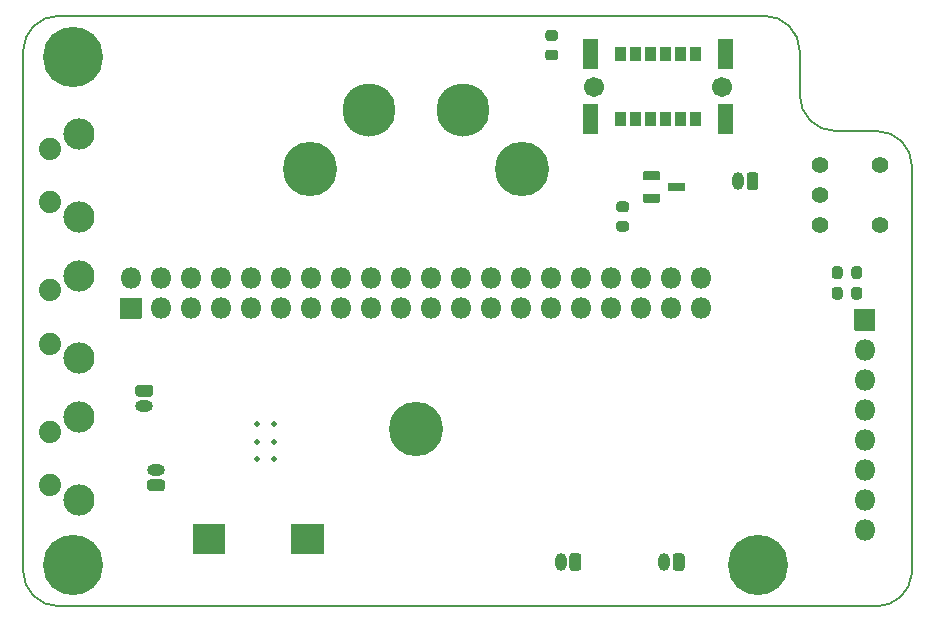
<source format=gbr>
G04 #@! TF.GenerationSoftware,KiCad,Pcbnew,(5.1.9-0-10_14)*
G04 #@! TF.CreationDate,2021-05-06T16:16:17-07:00*
G04 #@! TF.ProjectId,Luminometer_RPi,4c756d69-6e6f-46d6-9574-65725f525069,rev?*
G04 #@! TF.SameCoordinates,Original*
G04 #@! TF.FileFunction,Soldermask,Bot*
G04 #@! TF.FilePolarity,Negative*
%FSLAX46Y46*%
G04 Gerber Fmt 4.6, Leading zero omitted, Abs format (unit mm)*
G04 Created by KiCad (PCBNEW (5.1.9-0-10_14)) date 2021-05-06 16:16:17*
%MOMM*%
%LPD*%
G01*
G04 APERTURE LIST*
G04 #@! TA.AperFunction,Profile*
%ADD10C,0.150000*%
G04 #@! TD*
%ADD11C,5.101600*%
%ADD12C,4.601600*%
%ADD13C,3.201600*%
%ADD14C,1.701600*%
%ADD15C,0.481600*%
%ADD16C,1.879600*%
%ADD17C,2.641600*%
%ADD18O,1.501600X1.001600*%
%ADD19C,4.501600*%
%ADD20C,2.701600*%
%ADD21O,1.001600X1.501600*%
%ADD22O,1.801600X1.801600*%
%ADD23C,1.422400*%
G04 APERTURE END LIST*
D10*
X178000000Y-71250000D02*
G75*
G02*
X181000000Y-74250000I0J-3000000D01*
G01*
X181000000Y-74250000D02*
X180989637Y-108750000D01*
X174500000Y-71250000D02*
X178000000Y-71250000D01*
X174500000Y-71250000D02*
G75*
G02*
X171500000Y-68250000I0J3000000D01*
G01*
X171500000Y-64500000D02*
X171500000Y-68250000D01*
X168500000Y-61500000D02*
G75*
G02*
X171500000Y-64500000I0J-3000000D01*
G01*
X108750000Y-111500000D02*
G75*
G02*
X105750000Y-108500000I0J3000000D01*
G01*
X180989637Y-108749136D02*
G75*
G02*
X178000000Y-111500000I-2989637J249136D01*
G01*
X105750000Y-64500000D02*
G75*
G02*
X108750000Y-61500000I3000000J0D01*
G01*
X105750000Y-108500000D02*
X105750000Y-64500000D01*
X178000000Y-111500000D02*
X108750000Y-111500000D01*
X108750000Y-61500000D02*
X168500000Y-61500000D01*
D11*
X168000000Y-108000000D03*
X110000000Y-108000000D03*
X110000000Y-65000000D03*
D12*
X139000000Y-96500000D03*
D13*
X139000000Y-96500000D03*
D14*
X164885000Y-67500000D03*
X154115000Y-67500000D03*
G36*
G01*
X153149200Y-66000000D02*
X153149200Y-63500000D01*
G75*
G02*
X153200000Y-63449200I50800J0D01*
G01*
X154400000Y-63449200D01*
G75*
G02*
X154450800Y-63500000I0J-50800D01*
G01*
X154450800Y-66000000D01*
G75*
G02*
X154400000Y-66050800I-50800J0D01*
G01*
X153200000Y-66050800D01*
G75*
G02*
X153149200Y-66000000I0J50800D01*
G01*
G37*
G36*
G01*
X164549200Y-66000000D02*
X164549200Y-63500000D01*
G75*
G02*
X164600000Y-63449200I50800J0D01*
G01*
X165800000Y-63449200D01*
G75*
G02*
X165850800Y-63500000I0J-50800D01*
G01*
X165850800Y-66000000D01*
G75*
G02*
X165800000Y-66050800I-50800J0D01*
G01*
X164600000Y-66050800D01*
G75*
G02*
X164549200Y-66000000I0J50800D01*
G01*
G37*
G36*
G01*
X164549200Y-71500000D02*
X164549200Y-69000000D01*
G75*
G02*
X164600000Y-68949200I50800J0D01*
G01*
X165800000Y-68949200D01*
G75*
G02*
X165850800Y-69000000I0J-50800D01*
G01*
X165850800Y-71500000D01*
G75*
G02*
X165800000Y-71550800I-50800J0D01*
G01*
X164600000Y-71550800D01*
G75*
G02*
X164549200Y-71500000I0J50800D01*
G01*
G37*
G36*
G01*
X153149200Y-71500000D02*
X153149200Y-69000000D01*
G75*
G02*
X153200000Y-68949200I50800J0D01*
G01*
X154400000Y-68949200D01*
G75*
G02*
X154450800Y-69000000I0J-50800D01*
G01*
X154450800Y-71500000D01*
G75*
G02*
X154400000Y-71550800I-50800J0D01*
G01*
X153200000Y-71550800D01*
G75*
G02*
X153149200Y-71500000I0J50800D01*
G01*
G37*
G36*
G01*
X155874200Y-65300000D02*
X155874200Y-64200000D01*
G75*
G02*
X155925000Y-64149200I50800J0D01*
G01*
X156725000Y-64149200D01*
G75*
G02*
X156775800Y-64200000I0J-50800D01*
G01*
X156775800Y-65300000D01*
G75*
G02*
X156725000Y-65350800I-50800J0D01*
G01*
X155925000Y-65350800D01*
G75*
G02*
X155874200Y-65300000I0J50800D01*
G01*
G37*
G36*
G01*
X157144200Y-65300000D02*
X157144200Y-64200000D01*
G75*
G02*
X157195000Y-64149200I50800J0D01*
G01*
X157995000Y-64149200D01*
G75*
G02*
X158045800Y-64200000I0J-50800D01*
G01*
X158045800Y-65300000D01*
G75*
G02*
X157995000Y-65350800I-50800J0D01*
G01*
X157195000Y-65350800D01*
G75*
G02*
X157144200Y-65300000I0J50800D01*
G01*
G37*
G36*
G01*
X158414200Y-65300000D02*
X158414200Y-64200000D01*
G75*
G02*
X158465000Y-64149200I50800J0D01*
G01*
X159265000Y-64149200D01*
G75*
G02*
X159315800Y-64200000I0J-50800D01*
G01*
X159315800Y-65300000D01*
G75*
G02*
X159265000Y-65350800I-50800J0D01*
G01*
X158465000Y-65350800D01*
G75*
G02*
X158414200Y-65300000I0J50800D01*
G01*
G37*
G36*
G01*
X162224200Y-70800000D02*
X162224200Y-69700000D01*
G75*
G02*
X162275000Y-69649200I50800J0D01*
G01*
X163075000Y-69649200D01*
G75*
G02*
X163125800Y-69700000I0J-50800D01*
G01*
X163125800Y-70800000D01*
G75*
G02*
X163075000Y-70850800I-50800J0D01*
G01*
X162275000Y-70850800D01*
G75*
G02*
X162224200Y-70800000I0J50800D01*
G01*
G37*
G36*
G01*
X160954200Y-70800000D02*
X160954200Y-69700000D01*
G75*
G02*
X161005000Y-69649200I50800J0D01*
G01*
X161805000Y-69649200D01*
G75*
G02*
X161855800Y-69700000I0J-50800D01*
G01*
X161855800Y-70800000D01*
G75*
G02*
X161805000Y-70850800I-50800J0D01*
G01*
X161005000Y-70850800D01*
G75*
G02*
X160954200Y-70800000I0J50800D01*
G01*
G37*
G36*
G01*
X155874200Y-70800000D02*
X155874200Y-69700000D01*
G75*
G02*
X155925000Y-69649200I50800J0D01*
G01*
X156725000Y-69649200D01*
G75*
G02*
X156775800Y-69700000I0J-50800D01*
G01*
X156775800Y-70800000D01*
G75*
G02*
X156725000Y-70850800I-50800J0D01*
G01*
X155925000Y-70850800D01*
G75*
G02*
X155874200Y-70800000I0J50800D01*
G01*
G37*
G36*
G01*
X159684200Y-65300000D02*
X159684200Y-64200000D01*
G75*
G02*
X159735000Y-64149200I50800J0D01*
G01*
X160535000Y-64149200D01*
G75*
G02*
X160585800Y-64200000I0J-50800D01*
G01*
X160585800Y-65300000D01*
G75*
G02*
X160535000Y-65350800I-50800J0D01*
G01*
X159735000Y-65350800D01*
G75*
G02*
X159684200Y-65300000I0J50800D01*
G01*
G37*
G36*
G01*
X160954200Y-65300000D02*
X160954200Y-64200000D01*
G75*
G02*
X161005000Y-64149200I50800J0D01*
G01*
X161805000Y-64149200D01*
G75*
G02*
X161855800Y-64200000I0J-50800D01*
G01*
X161855800Y-65300000D01*
G75*
G02*
X161805000Y-65350800I-50800J0D01*
G01*
X161005000Y-65350800D01*
G75*
G02*
X160954200Y-65300000I0J50800D01*
G01*
G37*
G36*
G01*
X162224200Y-65300000D02*
X162224200Y-64200000D01*
G75*
G02*
X162275000Y-64149200I50800J0D01*
G01*
X163075000Y-64149200D01*
G75*
G02*
X163125800Y-64200000I0J-50800D01*
G01*
X163125800Y-65300000D01*
G75*
G02*
X163075000Y-65350800I-50800J0D01*
G01*
X162275000Y-65350800D01*
G75*
G02*
X162224200Y-65300000I0J50800D01*
G01*
G37*
G36*
G01*
X157144200Y-70800000D02*
X157144200Y-69700000D01*
G75*
G02*
X157195000Y-69649200I50800J0D01*
G01*
X157995000Y-69649200D01*
G75*
G02*
X158045800Y-69700000I0J-50800D01*
G01*
X158045800Y-70800000D01*
G75*
G02*
X157995000Y-70850800I-50800J0D01*
G01*
X157195000Y-70850800D01*
G75*
G02*
X157144200Y-70800000I0J50800D01*
G01*
G37*
G36*
G01*
X158414200Y-70800000D02*
X158414200Y-69700000D01*
G75*
G02*
X158465000Y-69649200I50800J0D01*
G01*
X159265000Y-69649200D01*
G75*
G02*
X159315800Y-69700000I0J-50800D01*
G01*
X159315800Y-70800000D01*
G75*
G02*
X159265000Y-70850800I-50800J0D01*
G01*
X158465000Y-70850800D01*
G75*
G02*
X158414200Y-70800000I0J50800D01*
G01*
G37*
G36*
G01*
X159684200Y-70800000D02*
X159684200Y-69700000D01*
G75*
G02*
X159735000Y-69649200I50800J0D01*
G01*
X160535000Y-69649200D01*
G75*
G02*
X160585800Y-69700000I0J-50800D01*
G01*
X160585800Y-70800000D01*
G75*
G02*
X160535000Y-70850800I-50800J0D01*
G01*
X159735000Y-70850800D01*
G75*
G02*
X159684200Y-70800000I0J50800D01*
G01*
G37*
G36*
G01*
X150800400Y-63625800D02*
X150199600Y-63625800D01*
G75*
G02*
X149974200Y-63400400I0J225400D01*
G01*
X149974200Y-62949600D01*
G75*
G02*
X150199600Y-62724200I225400J0D01*
G01*
X150800400Y-62724200D01*
G75*
G02*
X151025800Y-62949600I0J-225400D01*
G01*
X151025800Y-63400400D01*
G75*
G02*
X150800400Y-63625800I-225400J0D01*
G01*
G37*
G36*
G01*
X150800400Y-65275800D02*
X150199600Y-65275800D01*
G75*
G02*
X149974200Y-65050400I0J225400D01*
G01*
X149974200Y-64599600D01*
G75*
G02*
X150199600Y-64374200I225400J0D01*
G01*
X150800400Y-64374200D01*
G75*
G02*
X151025800Y-64599600I0J-225400D01*
G01*
X151025800Y-65050400D01*
G75*
G02*
X150800400Y-65275800I-225400J0D01*
G01*
G37*
D15*
X125525000Y-99050000D03*
X125525000Y-97550000D03*
X125525000Y-96050000D03*
X127025000Y-99050000D03*
X127025000Y-97550000D03*
X127025000Y-96050000D03*
D16*
X108000000Y-77250000D03*
X108000000Y-72750000D03*
D17*
X110500000Y-78500000D03*
X110500000Y-71500000D03*
D16*
X108000000Y-89250000D03*
X108000000Y-84750000D03*
D17*
X110500000Y-90500000D03*
X110500000Y-83500000D03*
D16*
X108000000Y-101250000D03*
X108000000Y-96750000D03*
D17*
X110500000Y-102500000D03*
X110500000Y-95500000D03*
D18*
X116000000Y-94500000D03*
G36*
G01*
X115499600Y-92749200D02*
X116500400Y-92749200D01*
G75*
G02*
X116750800Y-92999600I0J-250400D01*
G01*
X116750800Y-93500400D01*
G75*
G02*
X116500400Y-93750800I-250400J0D01*
G01*
X115499600Y-93750800D01*
G75*
G02*
X115249200Y-93500400I0J250400D01*
G01*
X115249200Y-92999600D01*
G75*
G02*
X115499600Y-92749200I250400J0D01*
G01*
G37*
X117000000Y-100000000D03*
G36*
G01*
X117500400Y-101750800D02*
X116499600Y-101750800D01*
G75*
G02*
X116249200Y-101500400I0J250400D01*
G01*
X116249200Y-100999600D01*
G75*
G02*
X116499600Y-100749200I250400J0D01*
G01*
X117500400Y-100749200D01*
G75*
G02*
X117750800Y-100999600I0J-250400D01*
G01*
X117750800Y-101500400D01*
G75*
G02*
X117500400Y-101750800I-250400J0D01*
G01*
G37*
D19*
X135000000Y-69500000D03*
D20*
X135000000Y-69500000D03*
D19*
X143000000Y-69500000D03*
D20*
X143000000Y-69500000D03*
G36*
G01*
X175125800Y-84699600D02*
X175125800Y-85300400D01*
G75*
G02*
X174900400Y-85525800I-225400J0D01*
G01*
X174449600Y-85525800D01*
G75*
G02*
X174224200Y-85300400I0J225400D01*
G01*
X174224200Y-84699600D01*
G75*
G02*
X174449600Y-84474200I225400J0D01*
G01*
X174900400Y-84474200D01*
G75*
G02*
X175125800Y-84699600I0J-225400D01*
G01*
G37*
G36*
G01*
X176775800Y-84699600D02*
X176775800Y-85300400D01*
G75*
G02*
X176550400Y-85525800I-225400J0D01*
G01*
X176099600Y-85525800D01*
G75*
G02*
X175874200Y-85300400I0J225400D01*
G01*
X175874200Y-84699600D01*
G75*
G02*
X176099600Y-84474200I225400J0D01*
G01*
X176550400Y-84474200D01*
G75*
G02*
X176775800Y-84699600I0J-225400D01*
G01*
G37*
G36*
G01*
X175874200Y-83550400D02*
X175874200Y-82949600D01*
G75*
G02*
X176099600Y-82724200I225400J0D01*
G01*
X176550400Y-82724200D01*
G75*
G02*
X176775800Y-82949600I0J-225400D01*
G01*
X176775800Y-83550400D01*
G75*
G02*
X176550400Y-83775800I-225400J0D01*
G01*
X176099600Y-83775800D01*
G75*
G02*
X175874200Y-83550400I0J225400D01*
G01*
G37*
G36*
G01*
X174224200Y-83550400D02*
X174224200Y-82949600D01*
G75*
G02*
X174449600Y-82724200I225400J0D01*
G01*
X174900400Y-82724200D01*
G75*
G02*
X175125800Y-82949600I0J-225400D01*
G01*
X175125800Y-83550400D01*
G75*
G02*
X174900400Y-83775800I-225400J0D01*
G01*
X174449600Y-83775800D01*
G75*
G02*
X174224200Y-83550400I0J225400D01*
G01*
G37*
D21*
X151250000Y-107750000D03*
G36*
G01*
X153000800Y-107249600D02*
X153000800Y-108250400D01*
G75*
G02*
X152750400Y-108500800I-250400J0D01*
G01*
X152249600Y-108500800D01*
G75*
G02*
X151999200Y-108250400I0J250400D01*
G01*
X151999200Y-107249600D01*
G75*
G02*
X152249600Y-106999200I250400J0D01*
G01*
X152750400Y-106999200D01*
G75*
G02*
X153000800Y-107249600I0J-250400D01*
G01*
G37*
D22*
X177000000Y-105030000D03*
X177000000Y-102490000D03*
X177000000Y-99950000D03*
X177000000Y-97410000D03*
X177000000Y-94870000D03*
X177000000Y-92330000D03*
X177000000Y-89790000D03*
G36*
G01*
X176099200Y-88100000D02*
X176099200Y-86400000D01*
G75*
G02*
X176150000Y-86349200I50800J0D01*
G01*
X177850000Y-86349200D01*
G75*
G02*
X177900800Y-86400000I0J-50800D01*
G01*
X177900800Y-88100000D01*
G75*
G02*
X177850000Y-88150800I-50800J0D01*
G01*
X176150000Y-88150800D01*
G75*
G02*
X176099200Y-88100000I0J50800D01*
G01*
G37*
D23*
X178330000Y-74170000D03*
X178330000Y-79250000D03*
X173250000Y-74170000D03*
X173250000Y-76710000D03*
X173250000Y-79250000D03*
G36*
G01*
X158230000Y-77250000D02*
X158230000Y-76650000D01*
G75*
G02*
X158300000Y-76580000I70000J0D01*
G01*
X159600000Y-76580000D01*
G75*
G02*
X159670000Y-76650000I0J-70000D01*
G01*
X159670000Y-77250000D01*
G75*
G02*
X159600000Y-77320000I-70000J0D01*
G01*
X158300000Y-77320000D01*
G75*
G02*
X158230000Y-77250000I0J70000D01*
G01*
G37*
G36*
G01*
X158230000Y-75350000D02*
X158230000Y-74750000D01*
G75*
G02*
X158300000Y-74680000I70000J0D01*
G01*
X159600000Y-74680000D01*
G75*
G02*
X159670000Y-74750000I0J-70000D01*
G01*
X159670000Y-75350000D01*
G75*
G02*
X159600000Y-75420000I-70000J0D01*
G01*
X158300000Y-75420000D01*
G75*
G02*
X158230000Y-75350000I0J70000D01*
G01*
G37*
G36*
G01*
X160330000Y-76300000D02*
X160330000Y-75700000D01*
G75*
G02*
X160400000Y-75630000I70000J0D01*
G01*
X161700000Y-75630000D01*
G75*
G02*
X161770000Y-75700000I0J-70000D01*
G01*
X161770000Y-76300000D01*
G75*
G02*
X161700000Y-76370000I-70000J0D01*
G01*
X160400000Y-76370000D01*
G75*
G02*
X160330000Y-76300000I0J70000D01*
G01*
G37*
D21*
X160000000Y-107750000D03*
G36*
G01*
X161750800Y-107249600D02*
X161750800Y-108250400D01*
G75*
G02*
X161500400Y-108500800I-250400J0D01*
G01*
X160999600Y-108500800D01*
G75*
G02*
X160749200Y-108250400I0J250400D01*
G01*
X160749200Y-107249600D01*
G75*
G02*
X160999600Y-106999200I250400J0D01*
G01*
X161500400Y-106999200D01*
G75*
G02*
X161750800Y-107249600I0J-250400D01*
G01*
G37*
X166250000Y-75500000D03*
G36*
G01*
X168000800Y-74999600D02*
X168000800Y-76000400D01*
G75*
G02*
X167750400Y-76250800I-250400J0D01*
G01*
X167249600Y-76250800D01*
G75*
G02*
X166999200Y-76000400I0J250400D01*
G01*
X166999200Y-74999600D01*
G75*
G02*
X167249600Y-74749200I250400J0D01*
G01*
X167750400Y-74749200D01*
G75*
G02*
X168000800Y-74999600I0J-250400D01*
G01*
G37*
G36*
G01*
X128449200Y-107050000D02*
X128449200Y-104550000D01*
G75*
G02*
X128500000Y-104499200I50800J0D01*
G01*
X131150000Y-104499200D01*
G75*
G02*
X131200800Y-104550000I0J-50800D01*
G01*
X131200800Y-107050000D01*
G75*
G02*
X131150000Y-107100800I-50800J0D01*
G01*
X128500000Y-107100800D01*
G75*
G02*
X128449200Y-107050000I0J50800D01*
G01*
G37*
G36*
G01*
X120099200Y-107050000D02*
X120099200Y-104550000D01*
G75*
G02*
X120150000Y-104499200I50800J0D01*
G01*
X122800000Y-104499200D01*
G75*
G02*
X122850800Y-104550000I0J-50800D01*
G01*
X122850800Y-107050000D01*
G75*
G02*
X122800000Y-107100800I-50800J0D01*
G01*
X120150000Y-107100800D01*
G75*
G02*
X120099200Y-107050000I0J50800D01*
G01*
G37*
G36*
G01*
X156199600Y-78874200D02*
X156800400Y-78874200D01*
G75*
G02*
X157025800Y-79099600I0J-225400D01*
G01*
X157025800Y-79550400D01*
G75*
G02*
X156800400Y-79775800I-225400J0D01*
G01*
X156199600Y-79775800D01*
G75*
G02*
X155974200Y-79550400I0J225400D01*
G01*
X155974200Y-79099600D01*
G75*
G02*
X156199600Y-78874200I225400J0D01*
G01*
G37*
G36*
G01*
X156199600Y-77224200D02*
X156800400Y-77224200D01*
G75*
G02*
X157025800Y-77449600I0J-225400D01*
G01*
X157025800Y-77900400D01*
G75*
G02*
X156800400Y-78125800I-225400J0D01*
G01*
X156199600Y-78125800D01*
G75*
G02*
X155974200Y-77900400I0J225400D01*
G01*
X155974200Y-77449600D01*
G75*
G02*
X156199600Y-77224200I225400J0D01*
G01*
G37*
D22*
X163133000Y-83724400D03*
X163133000Y-86264400D03*
X145353000Y-83724400D03*
X145353000Y-86264400D03*
X140273000Y-83724400D03*
X140273000Y-86264400D03*
X150433000Y-83724400D03*
X150433000Y-86264400D03*
X122493000Y-83724400D03*
X122493000Y-86264400D03*
X152973000Y-83724400D03*
X152973000Y-86264400D03*
X135193000Y-83724400D03*
X135193000Y-86264400D03*
X158053000Y-83724400D03*
X158053000Y-86264400D03*
X155513000Y-83724400D03*
X155513000Y-86264400D03*
X160593000Y-83724400D03*
X160593000Y-86264400D03*
X137733000Y-83724400D03*
X137733000Y-86264400D03*
X125033000Y-83724400D03*
X125033000Y-86264400D03*
X130113000Y-83724400D03*
X130113000Y-86264400D03*
X147893000Y-83724400D03*
X147893000Y-86264400D03*
X127573000Y-83724400D03*
X127573000Y-86264400D03*
X142813000Y-83724400D03*
X142813000Y-86264400D03*
G36*
G01*
X115723000Y-87165200D02*
X114023000Y-87165200D01*
G75*
G02*
X113972200Y-87114400I0J50800D01*
G01*
X113972200Y-85414400D01*
G75*
G02*
X114023000Y-85363600I50800J0D01*
G01*
X115723000Y-85363600D01*
G75*
G02*
X115773800Y-85414400I0J-50800D01*
G01*
X115773800Y-87114400D01*
G75*
G02*
X115723000Y-87165200I-50800J0D01*
G01*
G37*
X114873000Y-83724400D03*
X119953000Y-86264400D03*
X117413000Y-83724400D03*
X132653000Y-83724400D03*
X132653000Y-86264400D03*
X117413000Y-86264400D03*
X119953000Y-83724400D03*
D12*
X130000000Y-74500000D03*
D13*
X130000000Y-74500000D03*
D12*
X148000000Y-74500000D03*
D13*
X148000000Y-74500000D03*
M02*

</source>
